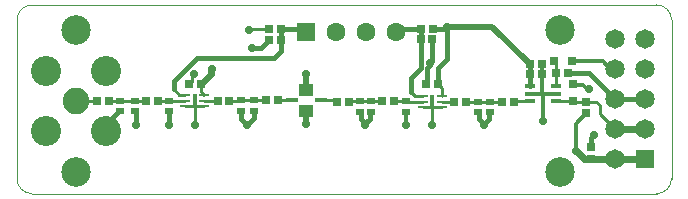
<source format=gtl>
G04*
G04 #@! TF.GenerationSoftware,Altium Limited,Altium Designer,20.0.12 (288)*
G04*
G04 Layer_Physical_Order=1*
G04 Layer_Color=255*
%FSLAX25Y25*%
%MOIN*%
G70*
G01*
G75*
%ADD10C,0.00394*%
%ADD11R,0.03937X0.01575*%
%ADD12R,0.05118X0.03937*%
%ADD13R,0.02835X0.02835*%
%ADD14R,0.01535X0.04724*%
%ADD15R,0.03347X0.00984*%
%ADD16R,0.02835X0.02835*%
%ADD17R,0.03150X0.03150*%
%ADD18R,0.02520X0.01890*%
%ADD19R,0.02559X0.02559*%
%ADD20R,0.02559X0.02559*%
%ADD21R,0.03543X0.01575*%
%ADD22R,0.03150X0.03150*%
%ADD23C,0.01575*%
%ADD24C,0.01968*%
%ADD25C,0.00984*%
%ADD26C,0.02362*%
%ADD27C,0.01181*%
%ADD28C,0.00945*%
%ADD29C,0.01000*%
%ADD30C,0.09843*%
%ADD31C,0.06496*%
%ADD32R,0.06496X0.06496*%
%ADD33C,0.06299*%
%ADD34R,0.06299X0.06299*%
%ADD35C,0.08858*%
%ADD36C,0.10039*%
%ADD37C,0.02756*%
D10*
X482244Y395984D02*
G03*
X477244Y400984I-5000J0D01*
G01*
Y338071D02*
G03*
X482244Y343071I0J5000D01*
G01*
X264055D02*
G03*
X269055Y338071I5000J0D01*
G01*
Y400984D02*
G03*
X264055Y395984I0J-5000D01*
G01*
X370118Y400984D02*
X477244D01*
X482244Y343071D02*
Y395984D01*
X269055Y338071D02*
X477244D01*
X264055Y343071D02*
Y395984D01*
X269055Y400984D02*
X370118D01*
D11*
X355787Y369213D02*
D03*
X365315D02*
D03*
D12*
X360512Y365669D02*
D03*
Y372756D02*
D03*
D13*
X350905Y369252D02*
D03*
X346969D02*
D03*
X352126Y389409D02*
D03*
X348189D02*
D03*
X398583Y389488D02*
D03*
X402520D02*
D03*
X321378Y374488D02*
D03*
X325315D02*
D03*
X400472D02*
D03*
X404410D02*
D03*
X438898Y377835D02*
D03*
X434961D02*
D03*
X438898Y381299D02*
D03*
X434961D02*
D03*
X334882Y369094D02*
D03*
X330945D02*
D03*
X425748Y368779D02*
D03*
X429685D02*
D03*
X374606D02*
D03*
X370669D02*
D03*
X385709Y368819D02*
D03*
X389646D02*
D03*
X413819Y368779D02*
D03*
X409882D02*
D03*
X310984Y369094D02*
D03*
X307047D02*
D03*
X290787Y369055D02*
D03*
X294724D02*
D03*
D14*
X402520Y368779D02*
D03*
X323307Y369094D02*
D03*
D15*
X405748Y366811D02*
D03*
Y368779D02*
D03*
Y370748D02*
D03*
X399291Y366811D02*
D03*
Y368779D02*
D03*
Y370748D02*
D03*
X320079Y371063D02*
D03*
Y369094D02*
D03*
Y367126D02*
D03*
X326535Y371063D02*
D03*
Y369094D02*
D03*
Y367126D02*
D03*
D16*
X455433Y353661D02*
D03*
Y349724D02*
D03*
D17*
X443032Y382205D02*
D03*
X448937D02*
D03*
D18*
X338622Y365669D02*
D03*
Y369134D02*
D03*
X343071Y365748D02*
D03*
Y369213D02*
D03*
X417717Y365315D02*
D03*
Y368779D02*
D03*
X381968Y365354D02*
D03*
Y368819D02*
D03*
X393740Y365354D02*
D03*
Y368819D02*
D03*
X378346Y365354D02*
D03*
Y368819D02*
D03*
X421654Y365315D02*
D03*
Y368779D02*
D03*
X303543Y369094D02*
D03*
Y365630D02*
D03*
X314646Y369094D02*
D03*
Y365630D02*
D03*
X298346Y369055D02*
D03*
Y365591D02*
D03*
D19*
X348051Y393110D02*
D03*
X351988D02*
D03*
X402658D02*
D03*
X398721D02*
D03*
X443819Y378386D02*
D03*
X447756D02*
D03*
D20*
X453819Y364843D02*
D03*
Y368779D02*
D03*
D21*
X434961Y368819D02*
D03*
Y371378D02*
D03*
Y373937D02*
D03*
X443819D02*
D03*
Y371378D02*
D03*
Y368819D02*
D03*
D22*
X449488D02*
D03*
Y374724D02*
D03*
D23*
X407520Y393110D02*
Y393779D01*
Y383110D02*
Y393110D01*
X402520D02*
X406531D01*
X407200Y393779D01*
X407520D01*
X316378Y375551D02*
X323976Y383150D01*
X349646D01*
X316378Y372874D02*
Y375551D01*
X352165Y393110D02*
X360394D01*
X455433Y356653D02*
X456457Y357677D01*
X455433Y353661D02*
Y356653D01*
X419803Y361343D02*
X421339Y362879D01*
Y365158D01*
X421496Y365315D01*
X421654D01*
X418032Y363115D02*
X419803Y361343D01*
X418032Y363115D02*
Y365158D01*
X417874Y365315D02*
X418032Y365158D01*
X417717Y365315D02*
X417874D01*
X303563Y361043D02*
Y365610D01*
Y361043D02*
X303583Y361024D01*
X314646Y361102D02*
Y362283D01*
Y361102D02*
X314724Y361024D01*
X314685Y362323D02*
Y365591D01*
X314646Y362283D02*
X314685Y362323D01*
X340866Y361024D02*
X343071Y363228D01*
Y365748D01*
X338848Y363042D02*
Y365443D01*
X338622Y365669D02*
X338848Y365443D01*
Y363042D02*
X340866Y361024D01*
X380197Y361503D02*
X381627Y362933D01*
Y365013D01*
X381968Y365354D01*
X378767Y362933D02*
X380197Y361503D01*
X378767Y362933D02*
Y364934D01*
X378346Y365354D02*
X378767Y364934D01*
X402520Y382283D02*
Y389488D01*
X401811Y381575D02*
X402520Y382283D01*
X400748Y379917D02*
X401811Y380980D01*
Y381575D01*
X404370Y379961D02*
X407520Y383110D01*
X404370Y374528D02*
Y379961D01*
X400748Y374764D02*
Y379917D01*
X400472Y374488D02*
X400748Y374764D01*
X398583Y380000D02*
Y389488D01*
X395276Y376693D02*
X398583Y380000D01*
X395276Y372047D02*
Y376693D01*
X342480Y386496D02*
X342706Y386722D01*
X345502D01*
X348189Y389409D01*
X303543Y365630D02*
X303563Y365610D01*
X314646Y365630D02*
X314685Y365591D01*
X294114Y359390D02*
X296969D01*
X293779Y359055D02*
X294114Y359390D01*
X303228Y365630D02*
X303543D01*
X293779Y359055D02*
Y361339D01*
X298031Y365591D01*
X298346D01*
X463307Y369724D02*
X473307D01*
X352146Y389429D02*
Y393091D01*
X349646Y383150D02*
X352126Y385630D01*
Y389409D01*
X398583Y389488D02*
Y393110D01*
X390394D02*
X398583D01*
X434961Y373937D02*
Y377835D01*
Y381299D01*
X447756Y378386D02*
X454646D01*
X463307Y369724D01*
D24*
X360512Y372756D02*
Y377953D01*
Y361221D02*
Y364803D01*
X360669Y364961D01*
X360236Y365394D02*
X360669Y364961D01*
X360236Y365394D02*
X360512Y365669D01*
X407520Y393779D02*
X422480D01*
X434961Y381299D01*
D25*
X323031Y377552D02*
Y378031D01*
X322303Y376824D02*
X323031Y377552D01*
X322303Y375413D02*
Y376824D01*
X321378Y374488D02*
X322303Y375413D01*
X355768Y369232D02*
X355787Y369213D01*
X350925Y369232D02*
X355768D01*
X350905Y369252D02*
X350925Y369232D01*
X318189Y371063D02*
X320079D01*
X316378Y372874D02*
X318189Y371063D01*
X326535Y369094D02*
X330945D01*
X370236Y369213D02*
X370669Y368779D01*
X365315Y369213D02*
X370236D01*
X298366Y369075D02*
X303524D01*
X298346Y369055D02*
X298366Y369075D01*
X402520Y367185D02*
Y368779D01*
Y362343D02*
Y367185D01*
X402480Y362303D02*
X402520Y362343D01*
X402992Y366811D02*
X405748D01*
X402894Y366910D02*
X402992Y366811D01*
X402795Y366910D02*
X402894D01*
X402520Y367185D02*
X402795Y366910D01*
X402146Y366811D02*
X402520Y367185D01*
X399291Y366811D02*
X402146D01*
X321063Y374803D02*
X321378Y374488D01*
X323327Y367480D02*
X323681Y367126D01*
X323327Y367480D02*
Y369075D01*
Y362461D02*
Y367480D01*
Y362461D02*
X323346Y362441D01*
X323307Y369094D02*
X323327Y369075D01*
X323307Y367500D02*
Y369094D01*
X323681Y367126D02*
X326535D01*
X320079D02*
X322933D01*
X404410Y374488D02*
X405748Y373150D01*
Y370748D02*
Y373150D01*
X404370Y374528D02*
X404410Y374488D01*
X352146Y393091D02*
X352165Y393110D01*
X352126Y389409D02*
X352146Y389429D01*
X395276Y372047D02*
X396575Y370748D01*
X399291D01*
X434941Y368799D02*
X434961Y368819D01*
X429705Y368799D02*
X434941D01*
X429685Y368779D02*
X429705Y368799D01*
X417717Y368779D02*
X421654D01*
X425748D01*
X413819D02*
X417717D01*
X393779D02*
X399291D01*
X393740Y368819D02*
X393779Y368779D01*
X381968Y368819D02*
X385709D01*
X389646D02*
X393740D01*
X378327Y368799D02*
X378346Y368819D01*
X381968D01*
X374626Y368799D02*
X378327D01*
X374606Y368779D02*
X374626Y368799D01*
X370010Y368120D02*
X370669Y368779D01*
X346949Y369232D02*
X346969Y369252D01*
X343091Y369232D02*
X346949D01*
X343071Y369213D02*
X343091Y369232D01*
X338622Y369134D02*
X338701Y369213D01*
X343071D01*
X338602Y369114D02*
X338622Y369134D01*
X334902Y369114D02*
X338602D01*
X334882Y369094D02*
X334902Y369114D01*
X314646Y369094D02*
X320079D01*
X310984D02*
X314646D01*
X303543D02*
X307047D01*
X303524Y369075D02*
X303543Y369094D01*
X294724Y369055D02*
X298346D01*
X283780D02*
X290787D01*
D26*
X325315Y374488D02*
X328822Y377996D01*
Y379413D02*
X328898Y379488D01*
X328822Y377996D02*
Y379413D01*
X463307Y349686D02*
X473307Y349724D01*
X463189Y349685D02*
X463307Y349686D01*
X453059Y349685D02*
X463189D01*
X450579Y352165D02*
X453059Y349685D01*
X463307Y359724D02*
X473307D01*
D27*
X450354Y352390D02*
X450579Y352165D01*
X393701Y361575D02*
X393721Y361595D01*
Y365335D01*
X393740Y365354D01*
X461869Y379724D02*
X463307D01*
X459389Y382205D02*
X461869Y379724D01*
X448937Y382205D02*
X459389D01*
X454180Y372992D02*
X454606D01*
X452835Y374338D02*
X454180Y372992D01*
X449875Y374338D02*
X452835D01*
X449488Y374724D02*
X449875Y374338D01*
X438898Y377835D02*
X438976Y377756D01*
Y371378D02*
Y377756D01*
Y371378D02*
X439370Y370984D01*
Y362047D02*
Y370984D01*
X438898Y377835D02*
Y381299D01*
X450354Y352390D02*
Y361378D01*
X453819Y364843D01*
X438976Y371378D02*
X443819D01*
X434961D02*
X438976D01*
D28*
X348051Y392933D02*
X348228Y393110D01*
X341535Y392756D02*
X341713Y392933D01*
X348051D01*
X325315Y372028D02*
Y374488D01*
Y372028D02*
X326279Y371063D01*
X326535D01*
D29*
X443032Y382205D02*
X443819Y381417D01*
Y378386D02*
Y381417D01*
Y373937D02*
Y378386D01*
X458504Y364528D02*
Y367480D01*
Y364528D02*
X463307Y359724D01*
X457205Y368779D02*
X458504Y367480D01*
X453819Y368779D02*
X457205D01*
X449528D02*
X453819D01*
X449488Y368819D02*
X449528Y368779D01*
X443819Y368819D02*
X449488D01*
X405748Y368779D02*
X409882D01*
D30*
X445197Y345354D02*
D03*
Y392756D02*
D03*
X283780D02*
D03*
Y345354D02*
D03*
D31*
X463307Y389724D02*
D03*
Y379724D02*
D03*
X473307Y389724D02*
D03*
Y379724D02*
D03*
X463307Y369724D02*
D03*
X473307D02*
D03*
X463307Y349724D02*
D03*
X473307Y359724D02*
D03*
X463307D02*
D03*
D32*
X473307Y349724D02*
D03*
D33*
X370315Y391929D02*
D03*
X380315D02*
D03*
X390315D02*
D03*
D34*
X360315D02*
D03*
D35*
X283780Y369055D02*
D03*
D36*
X293779Y379055D02*
D03*
X273780D02*
D03*
Y359055D02*
D03*
X293779D02*
D03*
D37*
X360512Y377953D02*
D03*
Y361221D02*
D03*
X323031Y378031D02*
D03*
X456457Y357677D02*
D03*
X419803Y361024D02*
D03*
X402480D02*
D03*
X401811Y381575D02*
D03*
X342480Y386496D02*
D03*
X303583Y361024D02*
D03*
X314724D02*
D03*
X393701D02*
D03*
X454606Y372992D02*
D03*
X439370Y362441D02*
D03*
X380197Y361024D02*
D03*
X340866D02*
D03*
X323346D02*
D03*
X407520Y393779D02*
D03*
X341535Y392756D02*
D03*
X328898Y379488D02*
D03*
X450472Y352165D02*
D03*
M02*

</source>
